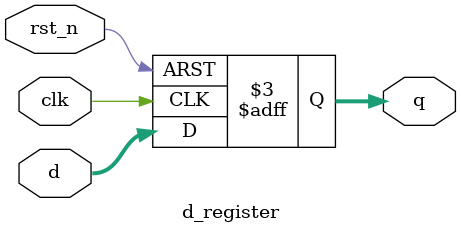
<source format=sv>
module d_register #(
    parameter int WIDTH = 8
) (
    input logic clk,
    input logic rst_n,
    input logic [WIDTH-1:0] d,
    output logic [WIDTH-1:0] q
);

always_ff @(posedge clk or negedge rst_n) begin
    if (!rst_n) begin
        q <= '0;
    end else begin
        q <= d;
    end
end

endmodule


</source>
